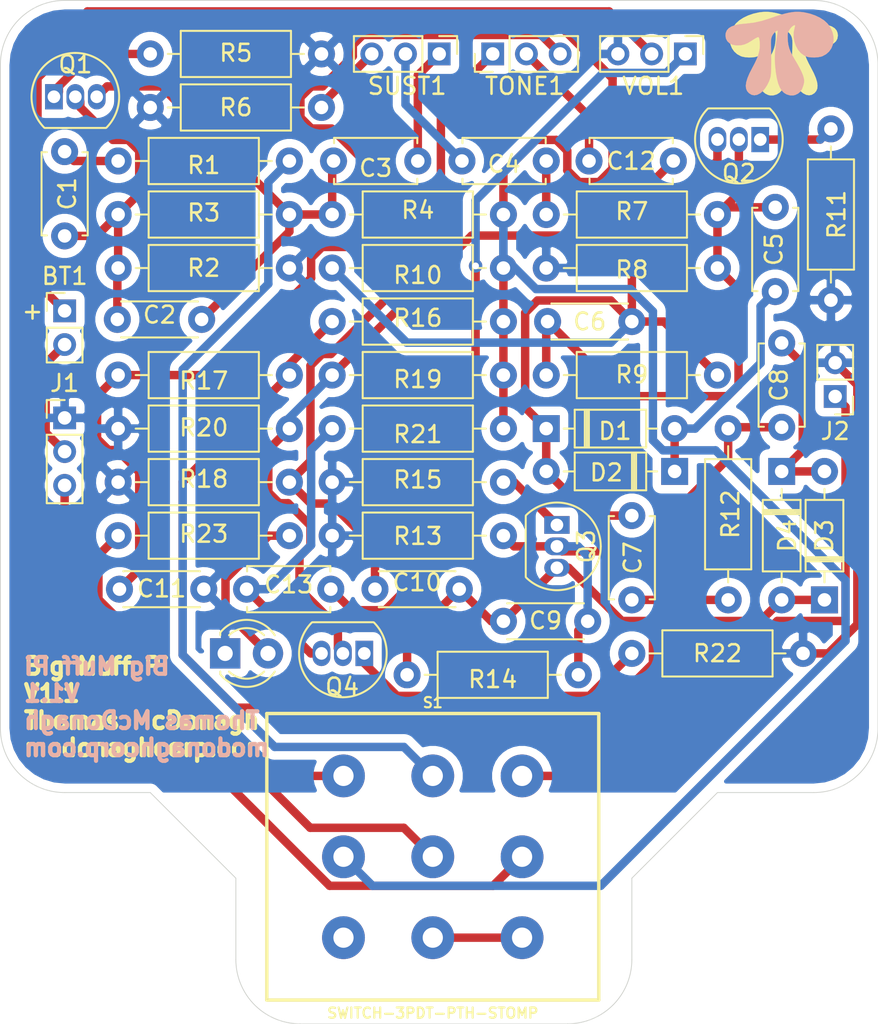
<source format=kicad_pcb>
(kicad_pcb (version 20171130) (host pcbnew "(5.1.6)-1")
  (layers (0 F.Cu signal) (31 B.Cu signal hide) (34 B.Paste user) (35 F.Paste user) (36 B.SilkS user) (37 F.SilkS user) (38 B.Mask user) (39 F.Mask user) (44 Edge.Cuts user))
  (net 0 "")
  (net 1 "Net-(BT1-Pad1)")
  (net 2 "Net-(BT1-Pad2)")
  (net 3 "Net-(C1-Pad1)")
  (net 4 "Net-(C1-Pad2)")
  (net 5 "Net-(C2-Pad1)")
  (net 6 "Net-(C3-Pad1)")
  (net 7 "Net-(C4-Pad1)")
  (net 8 "Net-(C4-Pad2)")
  (net 9 "Net-(C5-Pad2)")
  (net 10 "Net-(C5-Pad1)")
  (net 11 "Net-(C6-Pad1)")
  (net 12 "Net-(C7-Pad1)")
  (net 13 "Net-(C8-Pad1)")
  (net 14 "Net-(C8-Pad2)")
  (net 15 "Net-(C10-Pad2)")
  (net 16 "Net-(C10-Pad1)")
  (net 17 GND)
  (net 18 "Net-(C11-Pad2)")
  (net 19 "Net-(C12-Pad2)")
  (net 20 "Net-(C12-Pad1)")
  (net 21 "Net-(C13-Pad2)")
  (net 22 "Net-(C13-Pad1)")
  (net 23 "Net-(D5-Pad2)")
  (net 24 "Net-(J1-Pad3)")
  (net 25 "Net-(J2-Pad1)")
  (net 26 "Net-(Q1-Pad1)")
  (net 27 "Net-(Q2-Pad1)")
  (net 28 "Net-(Q3-Pad1)")
  (net 29 "Net-(Q4-Pad1)")
  (net 30 "Net-(R1-Pad2)")
  (net 31 "Net-(R6-Pad2)")
  (net 32 "Net-(R23-Pad1)")
  (net 33 "Net-(S1-PadP$6)")
  (net 34 "Net-(S1-PadP$8)")
  (module MuffPi:piLogo (layer B.Cu) (at 149.225 66.675 180)
    (fp_text reference G*** hide)
    (fp_text value LOGO hide)
  )
  (module MuffPi:piLogo (layer F.Cu) (at 149.225 66.675)
    (fp_text reference G*** hide)
    (fp_text value LOGO hide)
  )
  (module Resistor_THT:R_Axial_DIN0207_L6.3mm_D2.5mm_P10.16mm_Horizontal (layer F.Cu) (at 120.015 88.9 180)
    (fp_text reference R20 (at 5.08 0.054999) (layer F.SilkS))
    (fp_text value 100K)
    (pad 1 thru_hole circle (at 0 0 180) (size 1.6 1.6) (drill 0.8) (layers *.Cu *.Mask) (net 19 "Net-(C12-Pad2)"))
    (pad 2 thru_hole oval (at 10.16 0 180) (size 1.6 1.6) (drill 0.8) (layers *.Cu *.Mask) (net 17 GND))
  )
  (module Connector_PinHeader_2.00mm:PinHeader_1x02_P2.00mm_Vertical (layer F.Cu) (at 106.68 81.915)
    (fp_text reference BT1 (at 0 -2.06) (layer F.SilkS))
    (fp_text value Battery)
    (pad 1 thru_hole rect (at 0 0) (size 1.35 1.35) (drill 0.8) (layers *.Cu *.Mask) (net 1 "Net-(BT1-Pad1)"))
    (pad 2 thru_hole oval (at 0 2) (size 1.35 1.35) (drill 0.8) (layers *.Cu *.Mask) (net 2 "Net-(BT1-Pad2)"))
  )
  (module Capacitor_THT:C_Disc_D4.7mm_W2.5mm_P5.00mm (layer F.Cu) (at 106.68 77.47 90)
    (fp_text reference C1 (at 2.5 0.159999 90) (layer F.SilkS))
    (fp_text value 0.1uF)
    (pad 1 thru_hole circle (at 0 0 90) (size 1.6 1.6) (drill 0.8) (layers *.Cu *.Mask) (net 3 "Net-(C1-Pad1)"))
    (pad 2 thru_hole circle (at 5 0 90) (size 1.6 1.6) (drill 0.8) (layers *.Cu *.Mask) (net 4 "Net-(C1-Pad2)"))
  )
  (module Capacitor_THT:C_Disc_D4.3mm_W1.9mm_P5.00mm (layer F.Cu) (at 114.808 82.423 180)
    (fp_text reference C2 (at 2.5 0.269999) (layer F.SilkS))
    (fp_text value 470pF)
    (pad 2 thru_hole circle (at 5 0 180) (size 1.6 1.6) (drill 0.8) (layers *.Cu *.Mask) (net 3 "Net-(C1-Pad1)"))
    (pad 1 thru_hole circle (at 0 0 180) (size 1.6 1.6) (drill 0.8) (layers *.Cu *.Mask) (net 5 "Net-(C2-Pad1)"))
  )
  (module Capacitor_THT:C_Disc_D4.7mm_W2.5mm_P5.00mm (layer F.Cu) (at 127.635 73.025 180)
    (fp_text reference C3 (at 2.5 -0.425001) (layer F.SilkS))
    (fp_text value 0.1uF)
    (pad 1 thru_hole circle (at 0 0 180) (size 1.6 1.6) (drill 0.8) (layers *.Cu *.Mask) (net 6 "Net-(C3-Pad1)"))
    (pad 2 thru_hole circle (at 5 0 180) (size 1.6 1.6) (drill 0.8) (layers *.Cu *.Mask) (net 5 "Net-(C2-Pad1)"))
  )
  (module Capacitor_THT:C_Disc_D4.7mm_W2.5mm_P5.00mm (layer F.Cu) (at 135.255 73.025 180)
    (fp_text reference C4 (at 2.5 -0.185001) (layer F.SilkS))
    (fp_text value 0.1uF)
    (pad 1 thru_hole circle (at 0 0 180) (size 1.6 1.6) (drill 0.8) (layers *.Cu *.Mask) (net 7 "Net-(C4-Pad1)"))
    (pad 2 thru_hole circle (at 5 0 180) (size 1.6 1.6) (drill 0.8) (layers *.Cu *.Mask) (net 8 "Net-(C4-Pad2)"))
  )
  (module Capacitor_THT:C_Disc_D4.7mm_W2.5mm_P5.00mm (layer F.Cu) (at 148.844 80.772 90)
    (fp_text reference C5 (at 2.5 -0.080001 90) (layer F.SilkS))
    (fp_text value 0.1uF)
    (pad 2 thru_hole circle (at 5 0 90) (size 1.6 1.6) (drill 0.8) (layers *.Cu *.Mask) (net 9 "Net-(C5-Pad2)"))
    (pad 1 thru_hole circle (at 0 0 90) (size 1.6 1.6) (drill 0.8) (layers *.Cu *.Mask) (net 10 "Net-(C5-Pad1)"))
  )
  (module Capacitor_THT:C_Disc_D4.3mm_W1.9mm_P5.00mm (layer F.Cu) (at 140.335 82.55 180)
    (fp_text reference C6 (at 2.5 -0.005001) (layer F.SilkS))
    (fp_text value 470pF)
    (pad 1 thru_hole circle (at 0 0 180) (size 1.6 1.6) (drill 0.8) (layers *.Cu *.Mask) (net 11 "Net-(C6-Pad1)"))
    (pad 2 thru_hole circle (at 5 0 180) (size 1.6 1.6) (drill 0.8) (layers *.Cu *.Mask) (net 9 "Net-(C5-Pad2)"))
  )
  (module Capacitor_THT:C_Disc_D4.7mm_W2.5mm_P5.00mm (layer F.Cu) (at 140.335 99.06 90)
    (fp_text reference C7 (at 2.5 0.054999 90) (layer F.SilkS))
    (fp_text value 0.1uF)
    (pad 2 thru_hole circle (at 5 0 90) (size 1.6 1.6) (drill 0.8) (layers *.Cu *.Mask) (net 11 "Net-(C6-Pad1)"))
    (pad 1 thru_hole circle (at 0 0 90) (size 1.6 1.6) (drill 0.8) (layers *.Cu *.Mask) (net 12 "Net-(C7-Pad1)"))
  )
  (module Capacitor_THT:C_Disc_D4.7mm_W2.5mm_P5.00mm (layer F.Cu) (at 149.225 83.82 270)
    (fp_text reference C8 (at 2.5 0.159999 90) (layer F.SilkS))
    (fp_text value 0.1uF)
    (pad 1 thru_hole circle (at 0 0 270) (size 1.6 1.6) (drill 0.8) (layers *.Cu *.Mask) (net 13 "Net-(C8-Pad1)"))
    (pad 2 thru_hole circle (at 5 0 270) (size 1.6 1.6) (drill 0.8) (layers *.Cu *.Mask) (net 14 "Net-(C8-Pad2)"))
  )
  (module Capacitor_THT:C_Disc_D4.3mm_W1.9mm_P5.00mm (layer F.Cu) (at 132.715 100.33)
    (fp_text reference C9 (at 2.5 -0.035001) (layer F.SilkS))
    (fp_text value 470pF)
    (pad 1 thru_hole circle (at 0 0) (size 1.6 1.6) (drill 0.8) (layers *.Cu *.Mask) (net 15 "Net-(C10-Pad2)"))
    (pad 2 thru_hole circle (at 5 0) (size 1.6 1.6) (drill 0.8) (layers *.Cu *.Mask) (net 14 "Net-(C8-Pad2)"))
  )
  (module Capacitor_THT:C_Disc_D4.3mm_W1.9mm_P5.00mm (layer F.Cu) (at 125.095 98.425)
    (fp_text reference C10 (at 2.5 -0.395001) (layer F.SilkS))
    (fp_text value 0.004uF)
    (pad 2 thru_hole circle (at 5 0) (size 1.6 1.6) (drill 0.8) (layers *.Cu *.Mask) (net 15 "Net-(C10-Pad2)"))
    (pad 1 thru_hole circle (at 0 0) (size 1.6 1.6) (drill 0.8) (layers *.Cu *.Mask) (net 16 "Net-(C10-Pad1)"))
  )
  (module Capacitor_THT:C_Disc_D4.3mm_W1.9mm_P5.00mm (layer F.Cu) (at 114.935 98.425 180)
    (fp_text reference C11 (at 2.5 0.029999) (layer F.SilkS))
    (fp_text value 0.012uF)
    (pad 1 thru_hole circle (at 0 0 180) (size 1.6 1.6) (drill 0.8) (layers *.Cu *.Mask) (net 17 GND))
    (pad 2 thru_hole circle (at 5 0 180) (size 1.6 1.6) (drill 0.8) (layers *.Cu *.Mask) (net 18 "Net-(C11-Pad2)"))
  )
  (module Capacitor_THT:C_Disc_D4.7mm_W2.5mm_P5.00mm (layer F.Cu) (at 137.795 73.025)
    (fp_text reference C12 (at 2.5 0.004999) (layer F.SilkS))
    (fp_text value 0.1uF)
    (pad 2 thru_hole circle (at 5 0) (size 1.6 1.6) (drill 0.8) (layers *.Cu *.Mask) (net 19 "Net-(C12-Pad2)"))
    (pad 1 thru_hole circle (at 0 0) (size 1.6 1.6) (drill 0.8) (layers *.Cu *.Mask) (net 20 "Net-(C12-Pad1)"))
  )
  (module Capacitor_THT:C_Disc_D4.7mm_W2.5mm_P5.00mm (layer F.Cu) (at 117.475 98.425)
    (fp_text reference C13 (at 2.5 -0.270001) (layer F.SilkS))
    (fp_text value 0.1uF)
    (pad 2 thru_hole circle (at 5 0) (size 1.6 1.6) (drill 0.8) (layers *.Cu *.Mask) (net 21 "Net-(C13-Pad2)"))
    (pad 1 thru_hole circle (at 0 0) (size 1.6 1.6) (drill 0.8) (layers *.Cu *.Mask) (net 22 "Net-(C13-Pad1)"))
  )
  (module Diode_THT:D_DO-35_SOD27_P7.62mm_Horizontal (layer F.Cu) (at 135.255 88.9)
    (fp_text reference D1 (at 4.079999 0.149999) (layer F.SilkS))
    (fp_text value 1N914)
    (pad 2 thru_hole oval (at 7.62 0) (size 1.6 1.6) (drill 0.8) (layers *.Cu *.Mask) (net 10 "Net-(C5-Pad1)"))
    (pad 1 thru_hole rect (at 0 0) (size 1.6 1.6) (drill 0.8) (layers *.Cu *.Mask) (net 11 "Net-(C6-Pad1)"))
  )
  (module Diode_THT:D_DO-35_SOD27_P7.62mm_Horizontal (layer F.Cu) (at 142.875 91.44 180)
    (fp_text reference D2 (at 4.054999 -0.070001) (layer F.SilkS))
    (fp_text value 1N914)
    (pad 1 thru_hole rect (at 0 0 180) (size 1.6 1.6) (drill 0.8) (layers *.Cu *.Mask) (net 10 "Net-(C5-Pad1)"))
    (pad 2 thru_hole oval (at 7.62 0 180) (size 1.6 1.6) (drill 0.8) (layers *.Cu *.Mask) (net 11 "Net-(C6-Pad1)"))
  )
  (module Diode_THT:D_DO-35_SOD27_P7.62mm_Horizontal (layer F.Cu) (at 151.765 99.06 90)
    (fp_text reference D3 (at 3.81 -0.005001 90) (layer F.SilkS))
    (fp_text value 1N914)
    (pad 2 thru_hole oval (at 7.62 0 90) (size 1.6 1.6) (drill 0.8) (layers *.Cu *.Mask) (net 13 "Net-(C8-Pad1)"))
    (pad 1 thru_hole rect (at 0 0 90) (size 1.6 1.6) (drill 0.8) (layers *.Cu *.Mask) (net 15 "Net-(C10-Pad2)"))
  )
  (module Diode_THT:D_DO-35_SOD27_P7.62mm_Horizontal (layer F.Cu) (at 149.225 91.44 270)
    (fp_text reference D4 (at 3.81 -0.330001 90) (layer F.SilkS))
    (fp_text value 1N914)
    (pad 1 thru_hole rect (at 0 0 270) (size 1.6 1.6) (drill 0.8) (layers *.Cu *.Mask) (net 13 "Net-(C8-Pad1)"))
    (pad 2 thru_hole oval (at 7.62 0 270) (size 1.6 1.6) (drill 0.8) (layers *.Cu *.Mask) (net 15 "Net-(C10-Pad2)"))
  )
  (module LED_THT:LED_D3.0mm (layer F.Cu) (at 116.205 102.235)
    (fp_text reference D5 hide)
    (fp_text value LED)
    (pad 1 thru_hole rect (at 0 0) (size 1.8 1.8) (drill 0.9) (layers *.Cu *.Mask) (net 17 GND))
    (pad 2 thru_hole circle (at 2.54 0) (size 1.8 1.8) (drill 0.9) (layers *.Cu *.Mask) (net 23 "Net-(D5-Pad2)"))
  )
  (module Connector_PinHeader_2.00mm:PinHeader_1x03_P2.00mm_Vertical (layer F.Cu) (at 106.68 88.265)
    (fp_text reference J1 (at 0 -2.06) (layer F.SilkS))
    (fp_text value AudioJack3)
    (pad 1 thru_hole rect (at 0 0) (size 1.35 1.35) (drill 0.8) (layers *.Cu *.Mask) (net 17 GND))
    (pad 2 thru_hole oval (at 0 2) (size 1.35 1.35) (drill 0.8) (layers *.Cu *.Mask) (net 2 "Net-(BT1-Pad2)"))
    (pad 3 thru_hole oval (at 0 4) (size 1.35 1.35) (drill 0.8) (layers *.Cu *.Mask) (net 24 "Net-(J1-Pad3)"))
  )
  (module Connector_PinHeader_2.00mm:PinHeader_1x02_P2.00mm_Vertical (layer F.Cu) (at 152.4 86.995 180)
    (fp_text reference J2 (at 0 -2.06) (layer F.SilkS))
    (fp_text value AudioJack2)
    (pad 1 thru_hole rect (at 0 0 180) (size 1.35 1.35) (drill 0.8) (layers *.Cu *.Mask) (net 25 "Net-(J2-Pad1)"))
    (pad 2 thru_hole oval (at 0 2 180) (size 1.35 1.35) (drill 0.8) (layers *.Cu *.Mask) (net 17 GND))
  )
  (module Package_TO_SOT_THT:TO-92_Inline (layer F.Cu) (at 106.045 69.215)
    (fp_text reference Q1 (at 1.27 -1.915001) (layer F.SilkS))
    (fp_text value 2N3904)
    (pad 2 thru_hole oval (at 1.27 0) (size 1.05 1.5) (drill 0.75) (layers *.Cu *.Mask) (net 3 "Net-(C1-Pad1)"))
    (pad 3 thru_hole oval (at 2.54 0) (size 1.05 1.5) (drill 0.75) (layers *.Cu *.Mask) (net 5 "Net-(C2-Pad1)"))
    (pad 1 thru_hole rect (at 0 0) (size 1.05 1.5) (drill 0.75) (layers *.Cu *.Mask) (net 26 "Net-(Q1-Pad1)"))
  )
  (module Package_TO_SOT_THT:TO-92_Inline (layer F.Cu) (at 147.955 71.755 180)
    (fp_text reference Q2 (at 1.27 -1.990001) (layer F.SilkS))
    (fp_text value 2N3904)
    (pad 1 thru_hole rect (at 0 0 180) (size 1.05 1.5) (drill 0.75) (layers *.Cu *.Mask) (net 27 "Net-(Q2-Pad1)"))
    (pad 3 thru_hole oval (at 2.54 0 180) (size 1.05 1.5) (drill 0.75) (layers *.Cu *.Mask) (net 11 "Net-(C6-Pad1)"))
    (pad 2 thru_hole oval (at 1.27 0 180) (size 1.05 1.5) (drill 0.75) (layers *.Cu *.Mask) (net 9 "Net-(C5-Pad2)"))
  )
  (module Package_TO_SOT_THT:TO-92_Inline (layer F.Cu) (at 135.89 94.615 270)
    (fp_text reference Q3 (at 1.27 -1.740001 90) (layer F.SilkS))
    (fp_text value 2N3904)
    (pad 1 thru_hole rect (at 0 0 270) (size 1.05 1.5) (drill 0.75) (layers *.Cu *.Mask) (net 28 "Net-(Q3-Pad1)"))
    (pad 3 thru_hole oval (at 2.54 0 270) (size 1.05 1.5) (drill 0.75) (layers *.Cu *.Mask) (net 15 "Net-(C10-Pad2)"))
    (pad 2 thru_hole oval (at 1.27 0 270) (size 1.05 1.5) (drill 0.75) (layers *.Cu *.Mask) (net 14 "Net-(C8-Pad2)"))
  )
  (module Package_TO_SOT_THT:TO-92_Inline (layer F.Cu) (at 124.46 102.235 180)
    (fp_text reference Q4 (at 1.314999 -1.980001) (layer F.SilkS))
    (fp_text value 2N3904)
    (pad 2 thru_hole oval (at 1.27 0 180) (size 1.05 1.5) (drill 0.75) (layers *.Cu *.Mask) (net 19 "Net-(C12-Pad2)"))
    (pad 3 thru_hole oval (at 2.54 0 180) (size 1.05 1.5) (drill 0.75) (layers *.Cu *.Mask) (net 22 "Net-(C13-Pad1)"))
    (pad 1 thru_hole rect (at 0 0 180) (size 1.05 1.5) (drill 0.75) (layers *.Cu *.Mask) (net 29 "Net-(Q4-Pad1)"))
  )
  (module Resistor_THT:R_Axial_DIN0207_L6.3mm_D2.5mm_P10.16mm_Horizontal (layer F.Cu) (at 109.855 73.025)
    (fp_text reference R1 (at 5.08 0.255001) (layer F.SilkS))
    (fp_text value 33K)
    (pad 2 thru_hole oval (at 10.16 0) (size 1.6 1.6) (drill 0.8) (layers *.Cu *.Mask) (net 30 "Net-(R1-Pad2)"))
    (pad 1 thru_hole circle (at 0 0) (size 1.6 1.6) (drill 0.8) (layers *.Cu *.Mask) (net 4 "Net-(C1-Pad2)"))
  )
  (module Resistor_THT:R_Axial_DIN0207_L6.3mm_D2.5mm_P10.16mm_Horizontal (layer F.Cu) (at 120.015 79.375 180)
    (fp_text reference R2 (at 5.08 0) (layer F.SilkS))
    (fp_text value 100K)
    (pad 2 thru_hole oval (at 10.16 0 180) (size 1.6 1.6) (drill 0.8) (layers *.Cu *.Mask) (net 3 "Net-(C1-Pad1)"))
    (pad 1 thru_hole circle (at 0 0 180) (size 1.6 1.6) (drill 0.8) (layers *.Cu *.Mask) (net 17 GND))
  )
  (module Resistor_THT:R_Axial_DIN0207_L6.3mm_D2.5mm_P10.16mm_Horizontal (layer F.Cu) (at 109.855 76.2)
    (fp_text reference R3 (at 5.08 -0.100001) (layer F.SilkS))
    (fp_text value 470K)
    (pad 2 thru_hole oval (at 10.16 0) (size 1.6 1.6) (drill 0.8) (layers *.Cu *.Mask) (net 5 "Net-(C2-Pad1)"))
    (pad 1 thru_hole circle (at 0 0) (size 1.6 1.6) (drill 0.8) (layers *.Cu *.Mask) (net 3 "Net-(C1-Pad1)"))
  )
  (module Resistor_THT:R_Axial_DIN0207_L6.3mm_D2.5mm_P10.16mm_Horizontal (layer F.Cu) (at 122.555 76.2)
    (fp_text reference R4 (at 5.08 -0.255001) (layer F.SilkS))
    (fp_text value 10K)
    (pad 2 thru_hole oval (at 10.16 0) (size 1.6 1.6) (drill 0.8) (layers *.Cu *.Mask) (net 1 "Net-(BT1-Pad1)"))
    (pad 1 thru_hole circle (at 0 0) (size 1.6 1.6) (drill 0.8) (layers *.Cu *.Mask) (net 5 "Net-(C2-Pad1)"))
  )
  (module Resistor_THT:R_Axial_DIN0207_L6.3mm_D2.5mm_P10.16mm_Horizontal (layer F.Cu) (at 121.92 66.675 180)
    (fp_text reference R5 (at 5.08 0.054999) (layer F.SilkS))
    (fp_text value 100)
    (pad 1 thru_hole circle (at 0 0 180) (size 1.6 1.6) (drill 0.8) (layers *.Cu *.Mask) (net 17 GND))
    (pad 2 thru_hole oval (at 10.16 0 180) (size 1.6 1.6) (drill 0.8) (layers *.Cu *.Mask) (net 26 "Net-(Q1-Pad1)"))
  )
  (module Resistor_THT:R_Axial_DIN0207_L6.3mm_D2.5mm_P10.16mm_Horizontal (layer F.Cu) (at 111.76 69.85)
    (fp_text reference R6 (at 5.08 0) (layer F.SilkS))
    (fp_text value 560)
    (pad 1 thru_hole circle (at 0 0) (size 1.6 1.6) (drill 0.8) (layers *.Cu *.Mask) (net 17 GND))
    (pad 2 thru_hole oval (at 10.16 0) (size 1.6 1.6) (drill 0.8) (layers *.Cu *.Mask) (net 31 "Net-(R6-Pad2)"))
  )
  (module Resistor_THT:R_Axial_DIN0207_L6.3mm_D2.5mm_P10.16mm_Horizontal (layer F.Cu) (at 135.255 76.2)
    (fp_text reference R7 (at 5.08 -0.185001) (layer F.SilkS))
    (fp_text value 10K)
    (pad 1 thru_hole circle (at 0 0) (size 1.6 1.6) (drill 0.8) (layers *.Cu *.Mask) (net 7 "Net-(C4-Pad1)"))
    (pad 2 thru_hole oval (at 10.16 0) (size 1.6 1.6) (drill 0.8) (layers *.Cu *.Mask) (net 9 "Net-(C5-Pad2)"))
  )
  (module Resistor_THT:R_Axial_DIN0207_L6.3mm_D2.5mm_P10.16mm_Horizontal (layer F.Cu) (at 145.415 79.375 180)
    (fp_text reference R8 (at 5.08 -0.100001) (layer F.SilkS))
    (fp_text value 100K)
    (pad 2 thru_hole oval (at 10.16 0 180) (size 1.6 1.6) (drill 0.8) (layers *.Cu *.Mask) (net 17 GND))
    (pad 1 thru_hole circle (at 0 0 180) (size 1.6 1.6) (drill 0.8) (layers *.Cu *.Mask) (net 9 "Net-(C5-Pad2)"))
  )
  (module Resistor_THT:R_Axial_DIN0207_L6.3mm_D2.5mm_P10.16mm_Horizontal (layer F.Cu) (at 135.255 85.725)
    (fp_text reference R9 (at 5.08 -0.030001) (layer F.SilkS))
    (fp_text value 470K)
    (pad 2 thru_hole oval (at 10.16 0) (size 1.6 1.6) (drill 0.8) (layers *.Cu *.Mask) (net 11 "Net-(C6-Pad1)"))
    (pad 1 thru_hole circle (at 0 0) (size 1.6 1.6) (drill 0.8) (layers *.Cu *.Mask) (net 9 "Net-(C5-Pad2)"))
  )
  (module Resistor_THT:R_Axial_DIN0207_L6.3mm_D2.5mm_P10.16mm_Horizontal (layer F.Cu) (at 132.715 79.375 180)
    (fp_text reference R10 (at 5.08 -0.425001) (layer F.SilkS))
    (fp_text value 10K)
    (pad 1 thru_hole circle (at 0 0 180) (size 1.6 1.6) (drill 0.8) (layers *.Cu *.Mask) (net 1 "Net-(BT1-Pad1)"))
    (pad 2 thru_hole oval (at 10.16 0 180) (size 1.6 1.6) (drill 0.8) (layers *.Cu *.Mask) (net 11 "Net-(C6-Pad1)"))
  )
  (module Resistor_THT:R_Axial_DIN0207_L6.3mm_D2.5mm_P10.16mm_Horizontal (layer F.Cu) (at 152.146 71.12 270)
    (fp_text reference R11 (at 5.08 -0.340001 90) (layer F.SilkS))
    (fp_text value 100)
    (pad 1 thru_hole circle (at 0 0 270) (size 1.6 1.6) (drill 0.8) (layers *.Cu *.Mask) (net 27 "Net-(Q2-Pad1)"))
    (pad 2 thru_hole oval (at 10.16 0 270) (size 1.6 1.6) (drill 0.8) (layers *.Cu *.Mask) (net 17 GND))
  )
  (module Resistor_THT:R_Axial_DIN0207_L6.3mm_D2.5mm_P10.16mm_Horizontal (layer F.Cu) (at 146.05 99.06 90)
    (fp_text reference R12 (at 5.08 0.139999 90) (layer F.SilkS))
    (fp_text value 10K)
    (pad 1 thru_hole circle (at 0 0 90) (size 1.6 1.6) (drill 0.8) (layers *.Cu *.Mask) (net 12 "Net-(C7-Pad1)"))
    (pad 2 thru_hole oval (at 10.16 0 90) (size 1.6 1.6) (drill 0.8) (layers *.Cu *.Mask) (net 14 "Net-(C8-Pad2)"))
  )
  (module Resistor_THT:R_Axial_DIN0207_L6.3mm_D2.5mm_P10.16mm_Horizontal (layer F.Cu) (at 132.715 95.25 180)
    (fp_text reference R13 (at 5.08 -0.030001) (layer F.SilkS))
    (fp_text value 100K)
    (pad 2 thru_hole oval (at 10.16 0 180) (size 1.6 1.6) (drill 0.8) (layers *.Cu *.Mask) (net 17 GND))
    (pad 1 thru_hole circle (at 0 0 180) (size 1.6 1.6) (drill 0.8) (layers *.Cu *.Mask) (net 14 "Net-(C8-Pad2)"))
  )
  (module Resistor_THT:R_Axial_DIN0207_L6.3mm_D2.5mm_P10.16mm_Horizontal (layer F.Cu) (at 137.16 103.505 180)
    (fp_text reference R14 (at 5.08 -0.270001) (layer F.SilkS))
    (fp_text value 470K)
    (pad 2 thru_hole oval (at 10.16 0 180) (size 1.6 1.6) (drill 0.8) (layers *.Cu *.Mask) (net 15 "Net-(C10-Pad2)"))
    (pad 1 thru_hole circle (at 0 0 180) (size 1.6 1.6) (drill 0.8) (layers *.Cu *.Mask) (net 14 "Net-(C8-Pad2)"))
  )
  (module Resistor_THT:R_Axial_DIN0207_L6.3mm_D2.5mm_P10.16mm_Horizontal (layer F.Cu) (at 132.715 92.075 180)
    (fp_text reference R15 (at 5.08 0.139999) (layer F.SilkS))
    (fp_text value 100)
    (pad 2 thru_hole oval (at 10.16 0 180) (size 1.6 1.6) (drill 0.8) (layers *.Cu *.Mask) (net 17 GND))
    (pad 1 thru_hole circle (at 0 0 180) (size 1.6 1.6) (drill 0.8) (layers *.Cu *.Mask) (net 28 "Net-(Q3-Pad1)"))
  )
  (module Resistor_THT:R_Axial_DIN0207_L6.3mm_D2.5mm_P10.16mm_Horizontal (layer F.Cu) (at 132.715 82.55 180)
    (fp_text reference R16 (at 5.08 0.209999) (layer F.SilkS))
    (fp_text value 10K)
    (pad 1 thru_hole circle (at 0 0 180) (size 1.6 1.6) (drill 0.8) (layers *.Cu *.Mask) (net 1 "Net-(BT1-Pad1)"))
    (pad 2 thru_hole oval (at 10.16 0 180) (size 1.6 1.6) (drill 0.8) (layers *.Cu *.Mask) (net 15 "Net-(C10-Pad2)"))
  )
  (module Resistor_THT:R_Axial_DIN0207_L6.3mm_D2.5mm_P10.16mm_Horizontal (layer F.Cu) (at 120.015 85.725 180)
    (fp_text reference R17 (at 5.08 -0.340001) (layer F.SilkS))
    (fp_text value 33K)
    (pad 2 thru_hole oval (at 10.16 0 180) (size 1.6 1.6) (drill 0.8) (layers *.Cu *.Mask) (net 18 "Net-(C11-Pad2)"))
    (pad 1 thru_hole circle (at 0 0 180) (size 1.6 1.6) (drill 0.8) (layers *.Cu *.Mask) (net 15 "Net-(C10-Pad2)"))
  )
  (module Resistor_THT:R_Axial_DIN0207_L6.3mm_D2.5mm_P10.16mm_Horizontal (layer F.Cu) (at 109.855 92.075)
    (fp_text reference R18 (at 5.08 -0.185001) (layer F.SilkS))
    (fp_text value 33K)
    (pad 1 thru_hole circle (at 0 0) (size 1.6 1.6) (drill 0.8) (layers *.Cu *.Mask) (net 17 GND))
    (pad 2 thru_hole oval (at 10.16 0) (size 1.6 1.6) (drill 0.8) (layers *.Cu *.Mask) (net 16 "Net-(C10-Pad1)"))
  )
  (module Resistor_THT:R_Axial_DIN0207_L6.3mm_D2.5mm_P10.16mm_Horizontal (layer F.Cu) (at 132.715 85.725 180)
    (fp_text reference R19 (at 5.08 -0.255001) (layer F.SilkS))
    (fp_text value 470K)
    (pad 2 thru_hole oval (at 10.16 0 180) (size 1.6 1.6) (drill 0.8) (layers *.Cu *.Mask) (net 19 "Net-(C12-Pad2)"))
    (pad 1 thru_hole circle (at 0 0 180) (size 1.6 1.6) (drill 0.8) (layers *.Cu *.Mask) (net 1 "Net-(BT1-Pad1)"))
  )
  (module Resistor_THT:R_Axial_DIN0207_L6.3mm_D2.5mm_P10.16mm_Horizontal (layer F.Cu) (at 132.715 88.9 180)
    (fp_text reference R21 (at 5.08 -0.340001) (layer F.SilkS))
    (fp_text value 10K)
    (pad 1 thru_hole circle (at 0 0 180) (size 1.6 1.6) (drill 0.8) (layers *.Cu *.Mask) (net 1 "Net-(BT1-Pad1)"))
    (pad 2 thru_hole oval (at 10.16 0 180) (size 1.6 1.6) (drill 0.8) (layers *.Cu *.Mask) (net 22 "Net-(C13-Pad1)"))
  )
  (module Resistor_THT:R_Axial_DIN0207_L6.3mm_D2.5mm_P10.16mm_Horizontal (layer F.Cu) (at 140.335 102.235)
    (fp_text reference R22 (at 5.08 0) (layer F.SilkS))
    (fp_text value 2.7K)
    (pad 1 thru_hole circle (at 0 0) (size 1.6 1.6) (drill 0.8) (layers *.Cu *.Mask) (net 29 "Net-(Q4-Pad1)"))
    (pad 2 thru_hole oval (at 10.16 0) (size 1.6 1.6) (drill 0.8) (layers *.Cu *.Mask) (net 17 GND))
  )
  (module Resistor_THT:R_Axial_DIN0207_L6.3mm_D2.5mm_P10.16mm_Horizontal (layer F.Cu) (at 109.855 95.25)
    (fp_text reference R23 (at 5.08 -0.100001) (layer F.SilkS))
    (fp_text value 100K)
    (pad 1 thru_hole circle (at 0 0) (size 1.6 1.6) (drill 0.8) (layers *.Cu *.Mask) (net 32 "Net-(R23-Pad1)"))
    (pad 2 thru_hole oval (at 10.16 0) (size 1.6 1.6) (drill 0.8) (layers *.Cu *.Mask) (net 23 "Net-(D5-Pad2)"))
  )
  (module Connector_PinHeader_2.00mm:PinHeader_1x03_P2.00mm_Vertical (layer F.Cu) (at 128.905 66.675 270)
    (fp_text reference SUST1 (at 1.905 1.905 180) (layer F.SilkS))
    (fp_text value 100K)
    (pad 3 thru_hole oval (at 0 4 270) (size 1.35 1.35) (drill 0.8) (layers *.Cu *.Mask) (net 31 "Net-(R6-Pad2)"))
    (pad 2 thru_hole oval (at 0 2 270) (size 1.35 1.35) (drill 0.8) (layers *.Cu *.Mask) (net 8 "Net-(C4-Pad2)"))
    (pad 1 thru_hole rect (at 0 0 270) (size 1.35 1.35) (drill 0.8) (layers *.Cu *.Mask) (net 6 "Net-(C3-Pad1)"))
  )
  (module Connector_PinHeader_2.00mm:PinHeader_1x03_P2.00mm_Vertical (layer F.Cu) (at 132.08 66.675 90)
    (fp_text reference TONE1 (at -1.905 1.905 180) (layer F.SilkS))
    (fp_text value 100K)
    (pad 3 thru_hole oval (at 0 4 90) (size 1.35 1.35) (drill 0.8) (layers *.Cu *.Mask) (net 18 "Net-(C11-Pad2)"))
    (pad 2 thru_hole oval (at 0 2 90) (size 1.35 1.35) (drill 0.8) (layers *.Cu *.Mask) (net 20 "Net-(C12-Pad1)"))
    (pad 1 thru_hole rect (at 0 0 90) (size 1.35 1.35) (drill 0.8) (layers *.Cu *.Mask) (net 16 "Net-(C10-Pad1)"))
  )
  (module Connector_PinHeader_2.00mm:PinHeader_1x03_P2.00mm_Vertical (layer F.Cu) (at 143.51 66.675 270)
    (fp_text reference VOL1 (at 1.905 1.905 180) (layer F.SilkS))
    (fp_text value 100K)
    (pad 1 thru_hole rect (at 0 0 270) (size 1.35 1.35) (drill 0.8) (layers *.Cu *.Mask) (net 21 "Net-(C13-Pad2)"))
    (pad 2 thru_hole oval (at 0 2 270) (size 1.35 1.35) (drill 0.8) (layers *.Cu *.Mask) (net 34 "Net-(S1-PadP$8)"))
    (pad 3 thru_hole oval (at 0 4 270) (size 1.35 1.35) (drill 0.8) (layers *.Cu *.Mask) (net 17 GND))
  )
  (module MuffPi:STOMP_SWITCH_3PDT (layer F.Cu) (at 128.524 114.3)
    (fp_text reference S1 (at 0 -9.144) (layer F.SilkS) (effects (font (size 0.6096 0.6096) (thickness 0.127))))
    (fp_text value SWITCH-3PDT-PTH-STOMP (at 0 9.271) (layer F.SilkS) (effects (font (size 0.6096 0.6096) (thickness 0.127))))
    (pad P$1 thru_hole circle (at -5.29844 -4.79806) (size 2.54 2.54) (drill 1.19888) (layers *.Cu *.Mask) (net 32 "Net-(R23-Pad1)"))
    (pad P$2 thru_hole circle (at -5.29844 0) (size 2.54 2.54) (drill 1.19888) (layers *.Cu *.Mask) (net 1 "Net-(BT1-Pad1)"))
    (pad P$3 thru_hole circle (at -5.29844 4.79806) (size 2.54 2.54) (drill 1.19888) (layers *.Cu *.Mask))
    (pad P$4 thru_hole circle (at 0 -4.79806) (size 2.54 2.54) (drill 1.19888) (layers *.Cu *.Mask) (net 30 "Net-(R1-Pad2)"))
    (pad P$5 thru_hole circle (at 0 0) (size 2.54 2.54) (drill 1.19888) (layers *.Cu *.Mask) (net 24 "Net-(J1-Pad3)"))
    (pad P$6 thru_hole circle (at 0 4.79806) (size 2.54 2.54) (drill 1.19888) (layers *.Cu *.Mask) (net 33 "Net-(S1-PadP$6)"))
    (pad P$7 thru_hole circle (at 5.29844 -4.79806) (size 2.54 2.54) (drill 1.19888) (layers *.Cu *.Mask) (net 25 "Net-(J2-Pad1)"))
    (pad P$8 thru_hole circle (at 5.29844 0) (size 2.54 2.54) (drill 1.19888) (layers *.Cu *.Mask) (net 34 "Net-(S1-PadP$8)"))
    (pad P$9 thru_hole circle (at 5.29844 4.79806) (size 2.54 2.54) (drill 1.19888) (layers *.Cu *.Mask) (net 33 "Net-(S1-PadP$6)"))
  )
  (gr_line (start 111.76 110.49) (end 106.68 110.49) (layer Edge.Cuts) (width 0.05))
  (gr_line (start 116.84 115.57) (end 111.76 110.49) (layer Edge.Cuts) (width 0.05))
  (gr_line (start 145.415 110.49) (end 151.13 110.49) (layer Edge.Cuts) (width 0.05))
  (gr_line (start 140.335 115.57) (end 145.415 110.49) (layer Edge.Cuts) (width 0.05))
  (gr_line (start 116.84 120.396) (end 116.84 115.57) (layer Edge.Cuts) (width 0.05))
  (gr_line (start 140.335 120.396) (end 140.335 115.57) (layer Edge.Cuts) (width 0.05))
  (gr_line (start 120.65 124.206) (end 136.525 124.206) (layer Edge.Cuts) (width 0.05))
  (gr_arc (start 120.65 120.396) (end 116.84 120.396) (angle -90) (layer Edge.Cuts) (width 0.05))
  (gr_arc (start 136.525 120.396) (end 136.525 124.206) (angle -90) (layer Edge.Cuts) (width 0.05))
  (gr_text + (at 104.775 81.915) (layer F.SilkS) (effects (font (size 1 1))))
  (gr_line (start 102.87 67.31) (end 102.87 106.68) (layer Edge.Cuts) (width 0.05))
  (gr_line (start 106.68 63.5) (end 151.13 63.5) (layer Edge.Cuts) (width 0.05))
  (gr_line (start 154.94 67.31) (end 154.94 106.68) (layer Edge.Cuts) (width 0.05))
  (gr_arc (start 106.68 106.68) (end 102.87 106.68) (angle -90) (layer Edge.Cuts) (width 0.05))
  (gr_arc (start 151.13 106.68) (end 151.13 110.49) (angle -90) (layer Edge.Cuts) (width 0.05))
  (gr_arc (start 151.13 67.31) (end 154.94 67.31) (angle -90) (layer Edge.Cuts) (width 0.05))
  (gr_arc (start 106.68 67.31) (end 106.68 63.5) (angle -90) (layer Edge.Cuts) (width 0.05))
  (gr_text "Big Muff Pi\nV1.1\nThomas McDonagh\nmcdonaghcorp.com" (at 104.14 105.41) (layer B.SilkS) (effects (font (size 1 1) (thickness 0.25)) (justify right mirror)))
  (gr_text "Big Muff Pi\nV1.1\nThomas McDonagh\nmcdonaghcorp.com" (at 104.14 105.41) (layer F.SilkS) (effects (font (size 1 1) (thickness 0.25)) (justify left)))
  (segment (start 132.715 88.9) (end 132.715 85.725) (width 0.5) (layer F.Cu) (net 1))
  (segment (start 132.715 79.375) (end 132.715 76.2) (width 0.5) (layer B.Cu) (net 1))
  (segment (start 135.919991 64.849989) (end 139.192 68.121998) (width 0.5) (layer F.Cu) (net 1))
  (segment (start 108.325009 64.849989) (end 135.919991 64.849989) (width 0.5) (layer F.Cu) (net 1))
  (segment (start 105.069999 68.104999) (end 108.325009 64.849989) (width 0.5) (layer F.Cu) (net 1))
  (segment (start 105.069999 80.304999) (end 105.069999 68.104999) (width 0.5) (layer F.Cu) (net 1))
  (segment (start 106.68 81.915) (end 105.069999 80.304999) (width 0.5) (layer F.Cu) (net 1))
  (segment (start 139.192 68.121998) (end 139.192 71.628) (width 0.5) (layer F.Cu) (net 1))
  (segment (start 132.715 79.375) (end 132.715 82.55) (width 0.5) (layer F.Cu) (net 1))
  (segment (start 132.715 82.55) (end 132.715 85.725) (width 0.5) (layer F.Cu) (net 1))
  (segment (start 138.395001 74.275001) (end 139.192 73.478002) (width 0.5) (layer F.Cu) (net 1))
  (segment (start 139.192 73.478002) (end 139.192 71.628) (width 0.5) (layer F.Cu) (net 1))
  (segment (start 137.194999 74.275001) (end 138.395001 74.275001) (width 0.5) (layer F.Cu) (net 1))
  (segment (start 136.505001 73.585003) (end 137.194999 74.275001) (width 0.5) (layer F.Cu) (net 1))
  (segment (start 136.505001 72.424999) (end 136.505001 73.585003) (width 0.5) (layer F.Cu) (net 1))
  (segment (start 135.855001 71.774999) (end 136.505001 72.424999) (width 0.5) (layer F.Cu) (net 1))
  (segment (start 134.654999 71.774999) (end 135.855001 71.774999) (width 0.5) (layer F.Cu) (net 1))
  (segment (start 132.715 73.714998) (end 134.654999 71.774999) (width 0.5) (layer F.Cu) (net 1))
  (segment (start 132.715 76.2) (end 132.715 73.714998) (width 0.5) (layer F.Cu) (net 1))
  (segment (start 124.945561 116.020001) (end 138.487999 116.020001) (width 0.5) (layer B.Cu) (net 1))
  (segment (start 123.22556 114.3) (end 124.945561 116.020001) (width 0.5) (layer B.Cu) (net 1))
  (segment (start 134.654999 80.625001) (end 132.715 78.685002) (width 0.5) (layer B.Cu) (net 1))
  (segment (start 132.715 78.685002) (end 132.715 76.2) (width 0.5) (layer B.Cu) (net 1))
  (segment (start 140.260003 80.625001) (end 134.654999 80.625001) (width 0.5) (layer B.Cu) (net 1))
  (segment (start 141.585001 81.949999) (end 140.260003 80.625001) (width 0.5) (layer B.Cu) (net 1))
  (segment (start 141.585001 89.594997) (end 141.585001 81.949999) (width 0.5) (layer B.Cu) (net 1))
  (segment (start 142.180003 90.189999) (end 141.585001 89.594997) (width 0.5) (layer B.Cu) (net 1))
  (segment (start 145.305001 90.189999) (end 142.180003 90.189999) (width 0.5) (layer B.Cu) (net 1))
  (segment (start 153.015001 97.899999) (end 145.305001 90.189999) (width 0.5) (layer B.Cu) (net 1))
  (segment (start 153.015001 101.492999) (end 153.015001 97.899999) (width 0.5) (layer B.Cu) (net 1))
  (segment (start 138.487999 116.020001) (end 153.015001 101.492999) (width 0.5) (layer B.Cu) (net 1))
  (segment (start 105.554999 89.139999) (end 106.68 90.265) (width 0.5) (layer F.Cu) (net 2))
  (segment (start 105.554999 85.040001) (end 105.554999 89.139999) (width 0.5) (layer F.Cu) (net 2))
  (segment (start 106.68 83.915) (end 105.554999 85.040001) (width 0.5) (layer F.Cu) (net 2))
  (segment (start 111.105001 74.949999) (end 109.855 76.2) (width 0.5) (layer F.Cu) (net 3))
  (segment (start 111.105001 72.424999) (end 111.105001 74.949999) (width 0.5) (layer F.Cu) (net 3))
  (segment (start 109.541127 71.774999) (end 110.455001 71.774999) (width 0.5) (layer F.Cu) (net 3))
  (segment (start 110.455001 71.774999) (end 111.105001 72.424999) (width 0.5) (layer F.Cu) (net 3))
  (segment (start 107.60999 69.843862) (end 109.541127 71.774999) (width 0.5) (layer F.Cu) (net 3))
  (segment (start 107.60999 69.50999) (end 107.60999 69.843862) (width 0.5) (layer F.Cu) (net 3))
  (segment (start 107.315 69.215) (end 107.60999 69.50999) (width 0.5) (layer F.Cu) (net 3))
  (segment (start 108.585 77.47) (end 109.855 76.2) (width 0.5) (layer F.Cu) (net 3))
  (segment (start 106.68 77.47) (end 108.585 77.47) (width 0.5) (layer F.Cu) (net 3))
  (segment (start 109.855 79.375) (end 109.855 76.2) (width 0.5) (layer F.Cu) (net 3))
  (segment (start 109.808 79.422) (end 109.855 79.375) (width 0.5) (layer F.Cu) (net 3))
  (segment (start 109.808 82.423) (end 109.808 79.422) (width 0.5) (layer F.Cu) (net 3))
  (segment (start 107.235 73.025) (end 106.68 72.47) (width 0.5) (layer F.Cu) (net 4))
  (segment (start 109.855 73.025) (end 107.235 73.025) (width 0.5) (layer F.Cu) (net 4))
  (segment (start 112.414999 68.599999) (end 120.015 76.2) (width 0.5) (layer F.Cu) (net 5))
  (segment (start 109.200001 68.599999) (end 112.414999 68.599999) (width 0.5) (layer F.Cu) (net 5))
  (segment (start 108.585 69.215) (end 109.200001 68.599999) (width 0.5) (layer F.Cu) (net 5))
  (segment (start 120.015 76.2) (end 122.555 76.2) (width 0.5) (layer F.Cu) (net 5))
  (segment (start 122.635 76.12) (end 122.555 76.2) (width 0.5) (layer F.Cu) (net 5))
  (segment (start 120.015 77.216) (end 120.015 76.2) (width 0.5) (layer F.Cu) (net 5))
  (segment (start 114.808 82.423) (end 120.015 77.216) (width 0.5) (layer F.Cu) (net 5))
  (segment (start 122.555 73.105) (end 122.635 73.025) (width 0.5) (layer F.Cu) (net 5))
  (segment (start 122.555 76.2) (end 122.555 73.105) (width 0.5) (layer F.Cu) (net 5))
  (segment (start 127.635 67.945) (end 128.905 66.675) (width 0.5) (layer F.Cu) (net 6))
  (segment (start 127.635 73.025) (end 127.635 67.945) (width 0.5) (layer F.Cu) (net 6))
  (segment (start 135.255 76.2) (end 135.255 73.025) (width 0.5) (layer F.Cu) (net 7))
  (segment (start 126.905 69.675) (end 130.255 73.025) (width 0.5) (layer B.Cu) (net 8))
  (segment (start 126.905 66.675) (end 126.905 69.675) (width 0.5) (layer B.Cu) (net 8))
  (segment (start 145.97 75.645) (end 145.415 76.2) (width 0.5) (layer F.Cu) (net 9))
  (segment (start 145.415 76.2) (end 145.415 79.375) (width 0.5) (layer F.Cu) (net 9))
  (segment (start 135.255 82.63) (end 135.335 82.55) (width 0.5) (layer F.Cu) (net 9))
  (segment (start 135.255 85.725) (end 135.255 82.63) (width 0.5) (layer F.Cu) (net 9))
  (segment (start 146.665001 80.625001) (end 145.415 79.375) (width 0.5) (layer F.Cu) (net 9))
  (segment (start 146.665001 86.325001) (end 146.665001 80.625001) (width 0.5) (layer F.Cu) (net 9))
  (segment (start 146.015001 86.975001) (end 146.665001 86.325001) (width 0.5) (layer F.Cu) (net 9))
  (segment (start 139.760001 86.975001) (end 146.015001 86.975001) (width 0.5) (layer F.Cu) (net 9))
  (segment (start 135.335 82.55) (end 139.760001 86.975001) (width 0.5) (layer F.Cu) (net 9))
  (segment (start 146.685 74.93) (end 145.415 76.2) (width 0.5) (layer F.Cu) (net 9))
  (segment (start 146.685 71.755) (end 146.685 74.93) (width 0.5) (layer F.Cu) (net 9))
  (segment (start 145.843 75.772) (end 145.415 76.2) (width 0.5) (layer F.Cu) (net 9))
  (segment (start 148.844 75.772) (end 145.843 75.772) (width 0.5) (layer F.Cu) (net 9))
  (segment (start 142.875 91.44) (end 142.875 88.9) (width 0.5) (layer F.Cu) (net 10))
  (segment (start 147.974999 81.641001) (end 148.844 80.772) (width 0.5) (layer B.Cu) (net 10))
  (segment (start 147.974999 85.015003) (end 147.974999 81.641001) (width 0.5) (layer B.Cu) (net 10))
  (segment (start 144.090002 88.9) (end 147.974999 85.015003) (width 0.5) (layer B.Cu) (net 10))
  (segment (start 142.875 88.9) (end 144.090002 88.9) (width 0.5) (layer B.Cu) (net 10))
  (segment (start 135.255 88.9) (end 135.255 91.44) (width 0.5) (layer F.Cu) (net 11))
  (segment (start 140.335 78.085) (end 140.335 82.55) (width 0.5) (layer F.Cu) (net 11))
  (segment (start 145.415 73.005) (end 140.335 78.085) (width 0.5) (layer F.Cu) (net 11))
  (segment (start 145.415 71.755) (end 145.415 73.005) (width 0.5) (layer F.Cu) (net 11))
  (segment (start 142.24 82.55) (end 145.415 85.725) (width 0.5) (layer F.Cu) (net 11))
  (segment (start 140.335 82.55) (end 142.24 82.55) (width 0.5) (layer F.Cu) (net 11))
  (segment (start 137.875 94.06) (end 135.255 91.44) (width 0.5) (layer F.Cu) (net 11))
  (segment (start 140.335 94.06) (end 137.875 94.06) (width 0.5) (layer F.Cu) (net 11))
  (segment (start 139.084999 83.800001) (end 140.335 82.55) (width 0.5) (layer B.Cu) (net 11))
  (segment (start 126.980001 83.800001) (end 139.084999 83.800001) (width 0.5) (layer B.Cu) (net 11))
  (segment (start 122.555 79.375) (end 126.980001 83.800001) (width 0.5) (layer B.Cu) (net 11))
  (segment (start 139.084999 81.299999) (end 140.335 82.55) (width 0.5) (layer F.Cu) (net 11))
  (segment (start 134.734999 81.299999) (end 139.084999 81.299999) (width 0.5) (layer F.Cu) (net 11))
  (segment (start 134.004999 82.029999) (end 134.734999 81.299999) (width 0.5) (layer F.Cu) (net 11))
  (segment (start 134.004999 87.649999) (end 134.004999 82.029999) (width 0.5) (layer F.Cu) (net 11))
  (segment (start 135.255 88.9) (end 134.004999 87.649999) (width 0.5) (layer F.Cu) (net 11))
  (segment (start 140.335 99.06) (end 146.05 99.06) (width 0.5) (layer F.Cu) (net 12))
  (segment (start 149.225 91.44) (end 151.765 91.44) (width 0.5) (layer F.Cu) (net 13))
  (segment (start 150.475001 90.189999) (end 149.225 91.44) (width 0.5) (layer F.Cu) (net 13))
  (segment (start 150.475001 85.070001) (end 150.475001 90.189999) (width 0.5) (layer F.Cu) (net 13))
  (segment (start 149.225 83.82) (end 150.475001 85.070001) (width 0.5) (layer F.Cu) (net 13))
  (segment (start 146.13 88.82) (end 146.05 88.9) (width 0.5) (layer F.Cu) (net 14))
  (segment (start 149.225 88.82) (end 146.13 88.82) (width 0.5) (layer F.Cu) (net 14))
  (segment (start 137.16 100.885) (end 137.715 100.33) (width 0.5) (layer F.Cu) (net 14))
  (segment (start 137.16 103.505) (end 137.16 100.885) (width 0.5) (layer F.Cu) (net 14))
  (segment (start 133.35 95.885) (end 135.89 95.885) (width 0.5) (layer F.Cu) (net 14))
  (segment (start 132.715 95.25) (end 133.35 95.885) (width 0.5) (layer F.Cu) (net 14))
  (segment (start 146.05 90.675002) (end 146.05 88.9) (width 0.5) (layer F.Cu) (net 14))
  (segment (start 140.545012 96.17999) (end 146.05 90.675002) (width 0.5) (layer F.Cu) (net 14))
  (segment (start 136.18499 96.17999) (end 140.545012 96.17999) (width 0.5) (layer F.Cu) (net 14))
  (segment (start 135.89 95.885) (end 136.18499 96.17999) (width 0.5) (layer F.Cu) (net 14))
  (segment (start 137.14 95.885) (end 135.89 95.885) (width 0.5) (layer B.Cu) (net 14))
  (segment (start 137.715 96.46) (end 137.14 95.885) (width 0.5) (layer B.Cu) (net 14))
  (segment (start 137.715 100.33) (end 137.715 96.46) (width 0.5) (layer B.Cu) (net 14))
  (segment (start 151.765 99.06) (end 149.225 99.06) (width 0.5) (layer F.Cu) (net 15))
  (segment (start 127 101.52) (end 130.095 98.425) (width 0.5) (layer F.Cu) (net 15))
  (segment (start 127 103.505) (end 127 101.52) (width 0.5) (layer F.Cu) (net 15))
  (segment (start 132 100.33) (end 130.095 98.425) (width 0.5) (layer F.Cu) (net 15))
  (segment (start 132.715 100.33) (end 132 100.33) (width 0.5) (layer F.Cu) (net 15))
  (segment (start 132.715 100.33) (end 135.89 97.155) (width 0.5) (layer F.Cu) (net 15))
  (segment (start 147.974999 100.310001) (end 149.225 99.06) (width 0.5) (layer F.Cu) (net 15))
  (segment (start 136.579998 97.155) (end 139.734999 100.310001) (width 0.5) (layer F.Cu) (net 15))
  (segment (start 135.89 97.155) (end 136.579998 97.155) (width 0.5) (layer F.Cu) (net 15))
  (segment (start 141.585001 102.835001) (end 141.585001 100.310001) (width 0.5) (layer F.Cu) (net 15))
  (segment (start 138.964991 105.455011) (end 141.585001 102.835001) (width 0.5) (layer F.Cu) (net 15))
  (segment (start 113.684999 102.325001) (end 116.815009 105.455011) (width 0.5) (layer F.Cu) (net 15))
  (segment (start 113.684999 92.055001) (end 113.684999 102.325001) (width 0.5) (layer F.Cu) (net 15))
  (segment (start 116.815009 105.455011) (end 138.964991 105.455011) (width 0.5) (layer F.Cu) (net 15))
  (segment (start 120.015 85.725) (end 113.684999 92.055001) (width 0.5) (layer F.Cu) (net 15))
  (segment (start 141.585001 100.310001) (end 147.974999 100.310001) (width 0.5) (layer F.Cu) (net 15))
  (segment (start 139.734999 100.310001) (end 141.585001 100.310001) (width 0.5) (layer F.Cu) (net 15))
  (segment (start 120.015 85.09) (end 122.555 82.55) (width 0.5) (layer F.Cu) (net 15))
  (segment (start 120.015 85.725) (end 120.015 85.09) (width 0.5) (layer F.Cu) (net 15))
  (segment (start 121.265001 90.824999) (end 120.015 92.075) (width 0.5) (layer F.Cu) (net 16))
  (segment (start 121.265001 85.164997) (end 121.265001 90.824999) (width 0.5) (layer F.Cu) (net 16))
  (segment (start 132.08 66.675) (end 129.004999 69.750001) (width 0.5) (layer F.Cu) (net 16))
  (segment (start 122.500002 93.345) (end 121.285 93.345) (width 0.5) (layer F.Cu) (net 16))
  (segment (start 121.285 93.345) (end 120.015 92.075) (width 0.5) (layer F.Cu) (net 16))
  (segment (start 125.095 95.939998) (end 122.500002 93.345) (width 0.5) (layer F.Cu) (net 16))
  (segment (start 125.095 98.425) (end 125.095 95.939998) (width 0.5) (layer F.Cu) (net 16))
  (segment (start 121.954999 84.474999) (end 121.265001 85.164997) (width 0.5) (layer F.Cu) (net 16))
  (segment (start 122.480003 84.474999) (end 121.954999 84.474999) (width 0.5) (layer F.Cu) (net 16))
  (segment (start 129.004999 77.950003) (end 122.480003 84.474999) (width 0.5) (layer F.Cu) (net 16))
  (segment (start 129.004999 69.750001) (end 129.004999 77.950003) (width 0.5) (layer F.Cu) (net 16))
  (segment (start 109.010035 88.9) (end 109.855 88.9) (width 0.5) (layer B.Cu) (net 17))
  (segment (start 151.989965 102.235) (end 150.495 102.235) (width 0.5) (layer F.Cu) (net 17))
  (segment (start 153.715011 100.509954) (end 151.989965 102.235) (width 0.5) (layer F.Cu) (net 17))
  (segment (start 153.715011 86.310011) (end 153.715011 100.509954) (width 0.5) (layer F.Cu) (net 17))
  (segment (start 152.4 84.995) (end 153.715011 86.310011) (width 0.5) (layer F.Cu) (net 17))
  (segment (start 111.105001 97.254999) (end 109.935 98.425) (width 0.5) (layer F.Cu) (net 18))
  (segment (start 111.105001 91.474999) (end 111.105001 97.254999) (width 0.5) (layer F.Cu) (net 18))
  (segment (start 109.800002 90.17) (end 111.105001 91.474999) (width 0.5) (layer F.Cu) (net 18))
  (segment (start 109.274998 90.17) (end 109.800002 90.17) (width 0.5) (layer F.Cu) (net 18))
  (segment (start 108.604999 89.500001) (end 109.274998 90.17) (width 0.5) (layer F.Cu) (net 18))
  (segment (start 108.604999 86.975001) (end 108.604999 89.500001) (width 0.5) (layer F.Cu) (net 18))
  (segment (start 109.855 85.725) (end 108.604999 86.975001) (width 0.5) (layer F.Cu) (net 18))
  (segment (start 134.954999 65.549999) (end 136.08 66.675) (width 0.5) (layer F.Cu) (net 18))
  (segment (start 124.364999 65.549999) (end 134.954999 65.549999) (width 0.5) (layer F.Cu) (net 18))
  (segment (start 123.779999 66.134999) (end 124.364999 65.549999) (width 0.5) (layer F.Cu) (net 18))
  (segment (start 123.779999 66.810039) (end 123.779999 66.134999) (width 0.5) (layer F.Cu) (net 18))
  (segment (start 121.990039 68.599999) (end 123.779999 66.810039) (width 0.5) (layer F.Cu) (net 18))
  (segment (start 121.319999 68.599999) (end 121.990039 68.599999) (width 0.5) (layer F.Cu) (net 18))
  (segment (start 120.669999 70.450001) (end 120.669999 69.249999) (width 0.5) (layer F.Cu) (net 18))
  (segment (start 120.669999 69.249999) (end 121.319999 68.599999) (width 0.5) (layer F.Cu) (net 18))
  (segment (start 121.319999 71.100001) (end 120.669999 70.450001) (width 0.5) (layer F.Cu) (net 18))
  (segment (start 122.520001 71.100001) (end 121.319999 71.100001) (width 0.5) (layer F.Cu) (net 18))
  (segment (start 126.384999 74.964999) (end 122.520001 71.100001) (width 0.5) (layer F.Cu) (net 18))
  (segment (start 126.384999 77.450001) (end 126.384999 74.964999) (width 0.5) (layer F.Cu) (net 18))
  (segment (start 121.304999 79.975001) (end 121.304999 78.774999) (width 0.5) (layer F.Cu) (net 18))
  (segment (start 115.555 85.725) (end 121.304999 79.975001) (width 0.5) (layer F.Cu) (net 18))
  (segment (start 109.855 85.725) (end 115.555 85.725) (width 0.5) (layer F.Cu) (net 18))
  (segment (start 125.710001 78.124999) (end 126.384999 77.450001) (width 0.5) (layer F.Cu) (net 18))
  (segment (start 121.954999 78.124999) (end 125.710001 78.124999) (width 0.5) (layer F.Cu) (net 18))
  (segment (start 121.304999 78.774999) (end 121.954999 78.124999) (width 0.5) (layer F.Cu) (net 18))
  (segment (start 118.764999 90.150001) (end 120.015 88.9) (width 0.5) (layer F.Cu) (net 19))
  (segment (start 118.764999 92.675001) (end 118.764999 90.150001) (width 0.5) (layer F.Cu) (net 19))
  (segment (start 119.940003 93.325001) (end 119.414999 93.325001) (width 0.5) (layer F.Cu) (net 19))
  (segment (start 120.615001 96.500001) (end 121.265001 95.850001) (width 0.5) (layer F.Cu) (net 19))
  (segment (start 120.615001 98.415003) (end 120.615001 96.500001) (width 0.5) (layer F.Cu) (net 19))
  (segment (start 121.265001 95.850001) (end 121.265001 94.649999) (width 0.5) (layer F.Cu) (net 19))
  (segment (start 122.89501 100.695012) (end 120.615001 98.415003) (width 0.5) (layer F.Cu) (net 19))
  (segment (start 121.265001 94.649999) (end 119.940003 93.325001) (width 0.5) (layer F.Cu) (net 19))
  (segment (start 122.89501 101.94001) (end 122.89501 100.695012) (width 0.5) (layer F.Cu) (net 19))
  (segment (start 119.414999 93.325001) (end 118.764999 92.675001) (width 0.5) (layer F.Cu) (net 19))
  (segment (start 123.19 102.235) (end 122.89501 101.94001) (width 0.5) (layer F.Cu) (net 19))
  (segment (start 130.829999 77.450001) (end 122.555 85.725) (width 0.5) (layer F.Cu) (net 19))
  (segment (start 138.369999 77.450001) (end 130.829999 77.450001) (width 0.5) (layer F.Cu) (net 19))
  (segment (start 142.795 73.025) (end 138.369999 77.450001) (width 0.5) (layer F.Cu) (net 19))
  (segment (start 120.015 88.265) (end 122.555 85.725) (width 0.5) (layer B.Cu) (net 19))
  (segment (start 120.015 88.9) (end 120.015 88.265) (width 0.5) (layer B.Cu) (net 19))
  (segment (start 137.795 70.39) (end 134.08 66.675) (width 0.5) (layer F.Cu) (net 20))
  (segment (start 137.795 73.025) (end 137.795 70.39) (width 0.5) (layer F.Cu) (net 20))
  (segment (start 125.695001 99.675001) (end 131.064 94.306002) (width 0.5) (layer F.Cu) (net 21))
  (segment (start 122.475 98.425) (end 123.725001 99.675001) (width 0.5) (layer F.Cu) (net 21))
  (segment (start 123.725001 99.675001) (end 125.695001 99.675001) (width 0.5) (layer F.Cu) (net 21))
  (segment (start 131.064 94.306002) (end 131.064 79.248) (width 0.5) (layer F.Cu) (net 21))
  (segment (start 131.064 79.248) (end 131.064 79.248) (width 0.5) (layer F.Cu) (net 21))
  (via (at 131.064 79.248) (size 0.8) (drill 0.4) (layers F.Cu B.Cu) (net 21))
  (segment (start 138.629997 67.800001) (end 142.384999 67.800001) (width 0.5) (layer B.Cu) (net 21))
  (segment (start 142.384999 67.800001) (end 143.51 66.675) (width 0.5) (layer B.Cu) (net 21))
  (segment (start 131.064 75.365998) (end 138.629997 67.800001) (width 0.5) (layer B.Cu) (net 21))
  (segment (start 131.064 79.248) (end 131.064 75.365998) (width 0.5) (layer B.Cu) (net 21))
  (segment (start 121.285 102.235) (end 117.475 98.425) (width 0.5) (layer F.Cu) (net 22))
  (segment (start 121.92 102.235) (end 121.285 102.235) (width 0.5) (layer F.Cu) (net 22))
  (segment (start 121.304999 90.150001) (end 122.555 88.9) (width 0.5) (layer B.Cu) (net 22))
  (segment (start 118.690002 98.425) (end 121.304999 95.810003) (width 0.5) (layer B.Cu) (net 22))
  (segment (start 121.304999 95.810003) (end 121.304999 90.150001) (width 0.5) (layer B.Cu) (net 22))
  (segment (start 117.475 98.425) (end 118.690002 98.425) (width 0.5) (layer B.Cu) (net 22))
  (segment (start 118.799998 95.25) (end 120.015 95.25) (width 0.5) (layer F.Cu) (net 23))
  (segment (start 116.224999 97.824999) (end 118.799998 95.25) (width 0.5) (layer F.Cu) (net 23))
  (segment (start 116.224999 99.714999) (end 116.224999 97.824999) (width 0.5) (layer F.Cu) (net 23))
  (segment (start 118.745 102.235) (end 116.224999 99.714999) (width 0.5) (layer F.Cu) (net 23))
  (segment (start 126.803999 112.579999) (end 128.524 114.3) (width 0.5) (layer F.Cu) (net 24))
  (segment (start 121.250035 112.579999) (end 126.803999 112.579999) (width 0.5) (layer F.Cu) (net 24))
  (segment (start 106.68 98.009964) (end 121.250035 112.579999) (width 0.5) (layer F.Cu) (net 24))
  (segment (start 106.68 92.265) (end 106.68 98.009964) (width 0.5) (layer F.Cu) (net 24))
  (segment (start 139.773023 109.50194) (end 133.82244 109.50194) (width 0.5) (layer F.Cu) (net 25))
  (segment (start 148.964962 100.310001) (end 139.773023 109.50194) (width 0.5) (layer F.Cu) (net 25))
  (segment (start 152.925001 100.310001) (end 148.964962 100.310001) (width 0.5) (layer F.Cu) (net 25))
  (segment (start 153.015001 100.220001) (end 152.925001 100.310001) (width 0.5) (layer F.Cu) (net 25))
  (segment (start 153.015001 87.610001) (end 153.015001 100.220001) (width 0.5) (layer F.Cu) (net 25))
  (segment (start 152.4 86.995) (end 153.015001 87.610001) (width 0.5) (layer F.Cu) (net 25))
  (segment (start 108.251128 66.675) (end 111.76 66.675) (width 0.5) (layer F.Cu) (net 26))
  (segment (start 106.33999 68.586138) (end 108.251128 66.675) (width 0.5) (layer F.Cu) (net 26))
  (segment (start 106.33999 68.92001) (end 106.33999 68.586138) (width 0.5) (layer F.Cu) (net 26))
  (segment (start 106.045 69.215) (end 106.33999 68.92001) (width 0.5) (layer F.Cu) (net 26))
  (segment (start 151.511 71.755) (end 152.146 71.12) (width 0.5) (layer B.Cu) (net 27))
  (segment (start 151.511 71.755) (end 152.146 71.12) (width 0.5) (layer F.Cu) (net 27))
  (segment (start 147.955 71.755) (end 151.511 71.755) (width 0.5) (layer F.Cu) (net 27))
  (segment (start 133.35 92.075) (end 135.89 94.615) (width 0.5) (layer F.Cu) (net 28))
  (segment (start 132.715 92.075) (end 133.35 92.075) (width 0.5) (layer F.Cu) (net 28))
  (segment (start 137.814999 104.755001) (end 140.335 102.235) (width 0.5) (layer F.Cu) (net 29))
  (segment (start 124.46 102.815002) (end 126.399999 104.755001) (width 0.5) (layer F.Cu) (net 29))
  (segment (start 126.399999 104.755001) (end 137.814999 104.755001) (width 0.5) (layer F.Cu) (net 29))
  (segment (start 124.46 102.235) (end 124.46 102.815002) (width 0.5) (layer F.Cu) (net 29))
  (segment (start 118.764999 74.275001) (end 120.015 73.025) (width 0.5) (layer B.Cu) (net 30))
  (segment (start 118.764999 80.316003) (end 118.764999 74.275001) (width 0.5) (layer B.Cu) (net 30))
  (segment (start 113.684999 102.325001) (end 113.684999 85.396003) (width 0.5) (layer B.Cu) (net 30))
  (segment (start 113.684999 85.396003) (end 118.764999 80.316003) (width 0.5) (layer B.Cu) (net 30))
  (segment (start 119.141937 107.781939) (end 113.684999 102.325001) (width 0.5) (layer B.Cu) (net 30))
  (segment (start 126.803999 107.781939) (end 119.141937 107.781939) (width 0.5) (layer B.Cu) (net 30))
  (segment (start 128.524 109.50194) (end 126.803999 107.781939) (width 0.5) (layer B.Cu) (net 30))
  (segment (start 121.92 69.66) (end 124.905 66.675) (width 0.5) (layer F.Cu) (net 31))
  (segment (start 121.92 69.85) (end 121.92 69.66) (width 0.5) (layer F.Cu) (net 31))
  (segment (start 119.161938 109.50194) (end 123.22556 109.50194) (width 0.5) (layer F.Cu) (net 32))
  (segment (start 108.684999 99.025001) (end 119.161938 109.50194) (width 0.5) (layer F.Cu) (net 32))
  (segment (start 108.684999 96.420001) (end 108.684999 99.025001) (width 0.5) (layer F.Cu) (net 32))
  (segment (start 109.855 95.25) (end 108.684999 96.420001) (width 0.5) (layer F.Cu) (net 32))
  (segment (start 128.524 119.09806) (end 133.82244 119.09806) (width 0.5) (layer F.Cu) (net 33))
  (segment (start 138.984979 64.149979) (end 141.51 66.675) (width 0.5) (layer F.Cu) (net 34))
  (segment (start 108.035056 64.149979) (end 138.984979 64.149979) (width 0.5) (layer F.Cu) (net 34))
  (segment (start 104.369989 67.815046) (end 108.035056 64.149979) (width 0.5) (layer F.Cu) (net 34))
  (segment (start 104.369989 97.990031) (end 104.369989 67.815046) (width 0.5) (layer F.Cu) (net 34))
  (segment (start 122.399959 116.020001) (end 104.369989 97.990031) (width 0.5) (layer F.Cu) (net 34))
  (segment (start 132.102439 116.020001) (end 122.399959 116.020001) (width 0.5) (layer F.Cu) (net 34))
  (segment (start 133.82244 114.3) (end 132.102439 116.020001) (width 0.5) (layer F.Cu) (net 34))
  (zone (net 17) (net_name GND) (layer B.Cu) (connect_pads (clearance 0.508)) (min_thickness 0.254) (fill yes (arc_segments 32) (thermal_gap 0.508) (thermal_bridge_width 0.508))
    (polygon (pts (xy 154.94 110.49) (xy 102.87 110.49) (xy 102.87 63.5) (xy 154.94 63.5)))
  )
)
</source>
